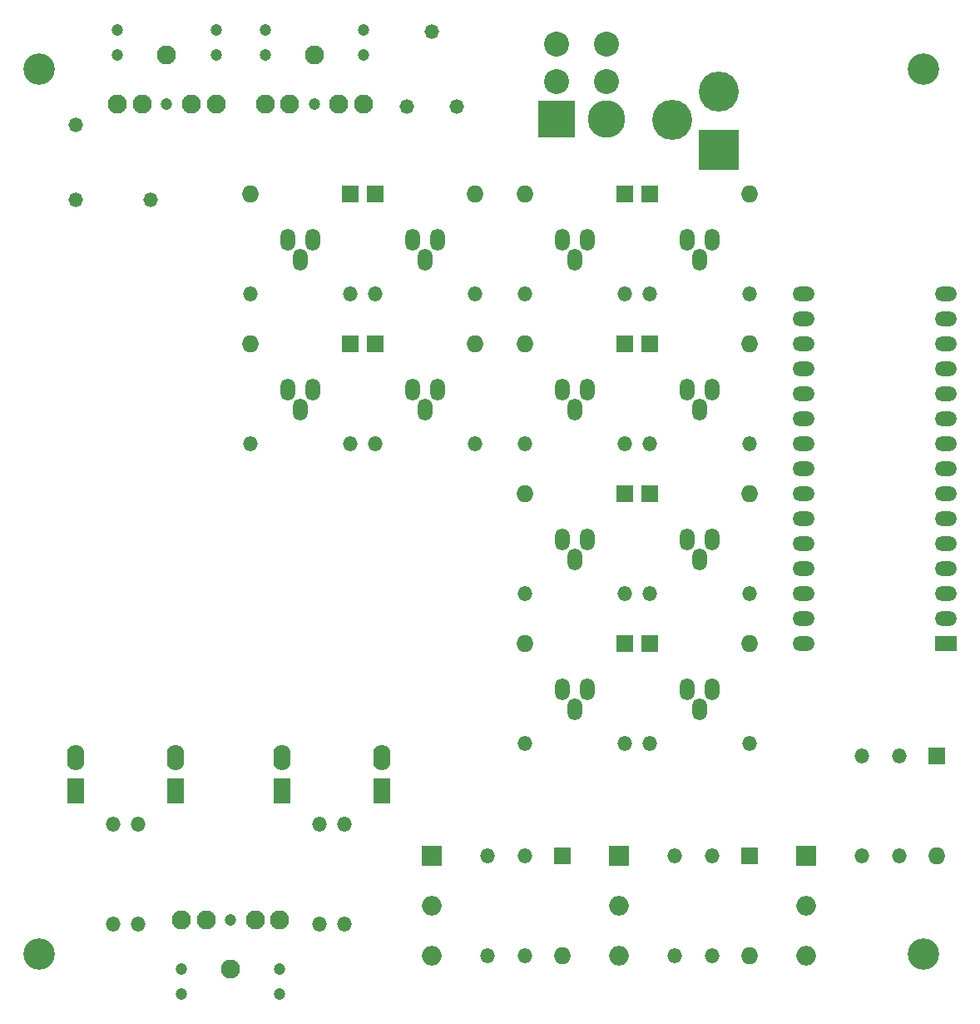
<source format=gbs>
G04 (created by PCBNEW (2013-07-07 BZR 4022)-stable) date Sun 01 Nov 2020 01:09:18 PM CST*
%MOIN*%
G04 Gerber Fmt 3.4, Leading zero omitted, Abs format*
%FSLAX34Y34*%
G01*
G70*
G90*
G04 APERTURE LIST*
%ADD10C,0.00590551*%
%ADD11R,0.069X0.069*%
%ADD12O,0.069X0.069*%
%ADD13O,0.059X0.0885*%
%ADD14C,0.0767717*%
%ADD15C,0.0472441*%
%ADD16O,0.059X0.059*%
%ADD17R,0.069X0.1035*%
%ADD18O,0.069X0.1035*%
%ADD19R,0.0885X0.059*%
%ADD20O,0.0885X0.059*%
%ADD21C,0.125984*%
%ADD22R,0.0787402X0.0787402*%
%ADD23O,0.0787402X0.0787402*%
%ADD24R,0.16X0.16*%
%ADD25C,0.16*%
%ADD26R,0.15X0.15*%
%ADD27C,0.15*%
%ADD28C,0.1*%
%ADD29O,0.058X0.058*%
G04 APERTURE END LIST*
G54D10*
G54D11*
X58000Y-92500D03*
G54D12*
X58000Y-96500D03*
G54D13*
X51500Y-73852D03*
X51000Y-74647D03*
X50500Y-73852D03*
X45500Y-67852D03*
X45000Y-68647D03*
X44500Y-67852D03*
X56500Y-85852D03*
X56000Y-86647D03*
X55500Y-85852D03*
X56500Y-73852D03*
X56000Y-74647D03*
X55500Y-73852D03*
X40500Y-73852D03*
X40000Y-74647D03*
X39500Y-73852D03*
X51500Y-79852D03*
X51000Y-80647D03*
X50500Y-79852D03*
X56500Y-79852D03*
X56000Y-80647D03*
X55500Y-79852D03*
X56500Y-67852D03*
X56000Y-68647D03*
X55500Y-67852D03*
X51500Y-67852D03*
X51000Y-68647D03*
X50500Y-67852D03*
X45500Y-73852D03*
X45000Y-74647D03*
X44500Y-73852D03*
X40500Y-67852D03*
X40000Y-68647D03*
X39500Y-67852D03*
X51500Y-85852D03*
X51000Y-86647D03*
X50500Y-85852D03*
G54D14*
X37204Y-97047D03*
X36220Y-95078D03*
X38188Y-95078D03*
X35236Y-95078D03*
X39173Y-95078D03*
G54D15*
X35236Y-97047D03*
X35236Y-98031D03*
X37204Y-95078D03*
X39173Y-97047D03*
X39173Y-98031D03*
G54D16*
X54000Y-76000D03*
X58000Y-76000D03*
X42000Y-70000D03*
X38000Y-70000D03*
X53000Y-76000D03*
X49000Y-76000D03*
X53000Y-82000D03*
X49000Y-82000D03*
X43000Y-70000D03*
X47000Y-70000D03*
X43000Y-76000D03*
X47000Y-76000D03*
X54000Y-82000D03*
X58000Y-82000D03*
X53000Y-88000D03*
X49000Y-88000D03*
X54000Y-88000D03*
X58000Y-88000D03*
X53000Y-70000D03*
X49000Y-70000D03*
X54000Y-70000D03*
X58000Y-70000D03*
X42000Y-76000D03*
X38000Y-76000D03*
X49000Y-96500D03*
X49000Y-92500D03*
X56500Y-96500D03*
X56500Y-92500D03*
X64000Y-92500D03*
X64000Y-88500D03*
X40750Y-95250D03*
X40750Y-91250D03*
X41750Y-95250D03*
X41750Y-91250D03*
X33500Y-95250D03*
X33500Y-91250D03*
X32500Y-95250D03*
X32500Y-91250D03*
G54D17*
X35000Y-89922D03*
G54D18*
X35000Y-88577D03*
G54D17*
X39250Y-89922D03*
G54D18*
X39250Y-88577D03*
G54D17*
X43250Y-89922D03*
G54D18*
X43250Y-88577D03*
G54D17*
X31000Y-89922D03*
G54D18*
X31000Y-88577D03*
G54D11*
X65500Y-88500D03*
G54D12*
X65500Y-92500D03*
G54D11*
X50500Y-92500D03*
G54D12*
X50500Y-96500D03*
G54D11*
X42000Y-72000D03*
G54D12*
X38000Y-72000D03*
G54D11*
X43000Y-72000D03*
G54D12*
X47000Y-72000D03*
G54D11*
X54000Y-66000D03*
G54D12*
X58000Y-66000D03*
G54D11*
X53000Y-66000D03*
G54D12*
X49000Y-66000D03*
G54D11*
X43000Y-66000D03*
G54D12*
X47000Y-66000D03*
G54D11*
X42000Y-66000D03*
G54D12*
X38000Y-66000D03*
G54D11*
X53000Y-84000D03*
G54D12*
X49000Y-84000D03*
G54D11*
X54000Y-84000D03*
G54D12*
X58000Y-84000D03*
G54D11*
X54000Y-72000D03*
G54D12*
X58000Y-72000D03*
G54D11*
X53000Y-72000D03*
G54D12*
X49000Y-72000D03*
G54D11*
X53000Y-78000D03*
G54D12*
X49000Y-78000D03*
G54D11*
X54000Y-78000D03*
G54D12*
X58000Y-78000D03*
G54D19*
X65852Y-84000D03*
G54D20*
X65852Y-83000D03*
X65852Y-82000D03*
X65852Y-81000D03*
X60147Y-79000D03*
X60147Y-80000D03*
X60147Y-81000D03*
X65852Y-80000D03*
X65852Y-79000D03*
X65852Y-78000D03*
X60147Y-78000D03*
X60147Y-77000D03*
X60147Y-76000D03*
X65852Y-77000D03*
X65852Y-76000D03*
X65852Y-75000D03*
X65852Y-74000D03*
X65852Y-73000D03*
X65852Y-72000D03*
X65852Y-71000D03*
X60147Y-75000D03*
X60147Y-74000D03*
X60147Y-73000D03*
X60147Y-72000D03*
X60147Y-71000D03*
X60147Y-70000D03*
X65852Y-70000D03*
X60147Y-82000D03*
X60147Y-83000D03*
X60147Y-84000D03*
G54D21*
X29527Y-61023D03*
X64960Y-61023D03*
X64960Y-96456D03*
X29527Y-96456D03*
G54D22*
X60250Y-92500D03*
G54D23*
X60250Y-94500D03*
X60250Y-96500D03*
G54D22*
X52750Y-92500D03*
G54D23*
X52750Y-94500D03*
X52750Y-96500D03*
G54D22*
X45250Y-92500D03*
G54D23*
X45250Y-94500D03*
X45250Y-96500D03*
G54D24*
X56750Y-64250D03*
G54D25*
X56750Y-61900D03*
X54900Y-63050D03*
G54D26*
X50250Y-63000D03*
G54D27*
X52250Y-63000D03*
G54D28*
X50250Y-61500D03*
X52250Y-61500D03*
X52250Y-60000D03*
X50250Y-60000D03*
G54D16*
X47500Y-92500D03*
X47500Y-96500D03*
X55000Y-92500D03*
X55000Y-96500D03*
X62500Y-88500D03*
X62500Y-92500D03*
G54D14*
X34645Y-60433D03*
X35629Y-62401D03*
X33661Y-62401D03*
X36614Y-62401D03*
X32677Y-62401D03*
G54D15*
X36614Y-60433D03*
X36614Y-59448D03*
X34645Y-62401D03*
X32677Y-60433D03*
X32677Y-59448D03*
G54D14*
X40551Y-60433D03*
X41535Y-62401D03*
X39566Y-62401D03*
X42519Y-62401D03*
X38582Y-62401D03*
G54D15*
X42519Y-60433D03*
X42519Y-59448D03*
X40551Y-62401D03*
X38582Y-60433D03*
X38582Y-59448D03*
G54D29*
X45250Y-59500D03*
X46250Y-62500D03*
X44250Y-62500D03*
X31000Y-66250D03*
X34000Y-66250D03*
X31000Y-63250D03*
M02*

</source>
